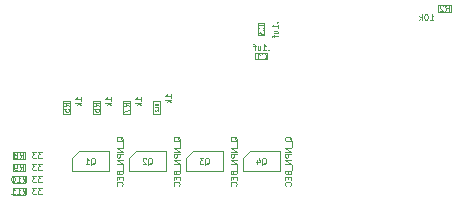
<source format=gbr>
%TF.GenerationSoftware,KiCad,Pcbnew,(6.0.8)*%
%TF.CreationDate,2023-03-24T12:53:59-04:00*%
%TF.ProjectId,Amicro_tst,416d6963-726f-45f7-9473-742e6b696361,rev?*%
%TF.SameCoordinates,Original*%
%TF.FileFunction,AssemblyDrawing,Bot*%
%FSLAX46Y46*%
G04 Gerber Fmt 4.6, Leading zero omitted, Abs format (unit mm)*
G04 Created by KiCad (PCBNEW (6.0.8)) date 2023-03-24 12:53:59*
%MOMM*%
%LPD*%
G01*
G04 APERTURE LIST*
%ADD10C,0.050000*%
%ADD11C,0.075000*%
%ADD12C,0.040000*%
%ADD13C,0.100000*%
G04 APERTURE END LIST*
D10*
%TO.C,Q4*%
X133039809Y-121931523D02*
X133016000Y-121883904D01*
X132968380Y-121836285D01*
X132896952Y-121764857D01*
X132873142Y-121717238D01*
X132873142Y-121669619D01*
X132992190Y-121693428D02*
X132968380Y-121645809D01*
X132920761Y-121598190D01*
X132825523Y-121574380D01*
X132658857Y-121574380D01*
X132563619Y-121598190D01*
X132516000Y-121645809D01*
X132492190Y-121693428D01*
X132492190Y-121788666D01*
X132516000Y-121836285D01*
X132563619Y-121883904D01*
X132658857Y-121907714D01*
X132825523Y-121907714D01*
X132920761Y-121883904D01*
X132968380Y-121836285D01*
X132992190Y-121788666D01*
X132992190Y-121693428D01*
X133039809Y-122002952D02*
X133039809Y-122383904D01*
X132992190Y-122502952D02*
X132492190Y-122502952D01*
X132992190Y-122788666D01*
X132492190Y-122788666D01*
X132992190Y-123026761D02*
X132492190Y-123026761D01*
X132492190Y-123217238D01*
X132516000Y-123264857D01*
X132539809Y-123288666D01*
X132587428Y-123312476D01*
X132658857Y-123312476D01*
X132706476Y-123288666D01*
X132730285Y-123264857D01*
X132754095Y-123217238D01*
X132754095Y-123026761D01*
X132992190Y-123526761D02*
X132492190Y-123526761D01*
X132992190Y-123812476D01*
X132492190Y-123812476D01*
X133039809Y-123931523D02*
X133039809Y-124312476D01*
X132730285Y-124598190D02*
X132754095Y-124669619D01*
X132777904Y-124693428D01*
X132825523Y-124717238D01*
X132896952Y-124717238D01*
X132944571Y-124693428D01*
X132968380Y-124669619D01*
X132992190Y-124622000D01*
X132992190Y-124431523D01*
X132492190Y-124431523D01*
X132492190Y-124598190D01*
X132516000Y-124645809D01*
X132539809Y-124669619D01*
X132587428Y-124693428D01*
X132635047Y-124693428D01*
X132682666Y-124669619D01*
X132706476Y-124645809D01*
X132730285Y-124598190D01*
X132730285Y-124431523D01*
X132730285Y-124931523D02*
X132730285Y-125098190D01*
X132992190Y-125169619D02*
X132992190Y-124931523D01*
X132492190Y-124931523D01*
X132492190Y-125169619D01*
X132944571Y-125669619D02*
X132968380Y-125645809D01*
X132992190Y-125574380D01*
X132992190Y-125526761D01*
X132968380Y-125455333D01*
X132920761Y-125407714D01*
X132873142Y-125383904D01*
X132777904Y-125360095D01*
X132706476Y-125360095D01*
X132611238Y-125383904D01*
X132563619Y-125407714D01*
X132516000Y-125455333D01*
X132492190Y-125526761D01*
X132492190Y-125574380D01*
X132516000Y-125645809D01*
X132539809Y-125669619D01*
D11*
X130527619Y-123895809D02*
X130575238Y-123872000D01*
X130622857Y-123824380D01*
X130694285Y-123752952D01*
X130741904Y-123729142D01*
X130789523Y-123729142D01*
X130765714Y-123848190D02*
X130813333Y-123824380D01*
X130860952Y-123776761D01*
X130884761Y-123681523D01*
X130884761Y-123514857D01*
X130860952Y-123419619D01*
X130813333Y-123372000D01*
X130765714Y-123348190D01*
X130670476Y-123348190D01*
X130622857Y-123372000D01*
X130575238Y-123419619D01*
X130551428Y-123514857D01*
X130551428Y-123681523D01*
X130575238Y-123776761D01*
X130622857Y-123824380D01*
X130670476Y-123848190D01*
X130765714Y-123848190D01*
X130122857Y-123514857D02*
X130122857Y-123848190D01*
X130241904Y-123324380D02*
X130360952Y-123681523D01*
X130051428Y-123681523D01*
D10*
%TO.C,R10*%
X111870761Y-124874190D02*
X111561238Y-124874190D01*
X111727904Y-125064666D01*
X111656476Y-125064666D01*
X111608857Y-125088476D01*
X111585047Y-125112285D01*
X111561238Y-125159904D01*
X111561238Y-125278952D01*
X111585047Y-125326571D01*
X111608857Y-125350380D01*
X111656476Y-125374190D01*
X111799333Y-125374190D01*
X111846952Y-125350380D01*
X111870761Y-125326571D01*
X111394571Y-124874190D02*
X111085047Y-124874190D01*
X111251714Y-125064666D01*
X111180285Y-125064666D01*
X111132666Y-125088476D01*
X111108857Y-125112285D01*
X111085047Y-125159904D01*
X111085047Y-125278952D01*
X111108857Y-125326571D01*
X111132666Y-125350380D01*
X111180285Y-125374190D01*
X111323142Y-125374190D01*
X111370761Y-125350380D01*
X111394571Y-125326571D01*
X110263428Y-125374190D02*
X110430095Y-125136095D01*
X110549142Y-125374190D02*
X110549142Y-124874190D01*
X110358666Y-124874190D01*
X110311047Y-124898000D01*
X110287238Y-124921809D01*
X110263428Y-124969428D01*
X110263428Y-125040857D01*
X110287238Y-125088476D01*
X110311047Y-125112285D01*
X110358666Y-125136095D01*
X110549142Y-125136095D01*
X109787238Y-125374190D02*
X110072952Y-125374190D01*
X109930095Y-125374190D02*
X109930095Y-124874190D01*
X109977714Y-124945619D01*
X110025333Y-124993238D01*
X110072952Y-125017047D01*
X109477714Y-124874190D02*
X109430095Y-124874190D01*
X109382476Y-124898000D01*
X109358666Y-124921809D01*
X109334857Y-124969428D01*
X109311047Y-125064666D01*
X109311047Y-125183714D01*
X109334857Y-125278952D01*
X109358666Y-125326571D01*
X109382476Y-125350380D01*
X109430095Y-125374190D01*
X109477714Y-125374190D01*
X109525333Y-125350380D01*
X109549142Y-125326571D01*
X109572952Y-125278952D01*
X109596761Y-125183714D01*
X109596761Y-125064666D01*
X109572952Y-124969428D01*
X109549142Y-124921809D01*
X109525333Y-124898000D01*
X109477714Y-124874190D01*
%TO.C,R2*%
X144747619Y-111656190D02*
X145033333Y-111656190D01*
X144890476Y-111656190D02*
X144890476Y-111156190D01*
X144938095Y-111227619D01*
X144985714Y-111275238D01*
X145033333Y-111299047D01*
X144438095Y-111156190D02*
X144390476Y-111156190D01*
X144342857Y-111180000D01*
X144319047Y-111203809D01*
X144295238Y-111251428D01*
X144271428Y-111346666D01*
X144271428Y-111465714D01*
X144295238Y-111560952D01*
X144319047Y-111608571D01*
X144342857Y-111632380D01*
X144390476Y-111656190D01*
X144438095Y-111656190D01*
X144485714Y-111632380D01*
X144509523Y-111608571D01*
X144533333Y-111560952D01*
X144557142Y-111465714D01*
X144557142Y-111346666D01*
X144533333Y-111251428D01*
X144509523Y-111203809D01*
X144485714Y-111180000D01*
X144438095Y-111156190D01*
X144057142Y-111656190D02*
X144057142Y-111156190D01*
X144009523Y-111465714D02*
X143866666Y-111656190D01*
X143866666Y-111322857D02*
X144057142Y-111513333D01*
X146057333Y-110894190D02*
X146224000Y-110656095D01*
X146343047Y-110894190D02*
X146343047Y-110394190D01*
X146152571Y-110394190D01*
X146104952Y-110418000D01*
X146081142Y-110441809D01*
X146057333Y-110489428D01*
X146057333Y-110560857D01*
X146081142Y-110608476D01*
X146104952Y-110632285D01*
X146152571Y-110656095D01*
X146343047Y-110656095D01*
X145866857Y-110441809D02*
X145843047Y-110418000D01*
X145795428Y-110394190D01*
X145676380Y-110394190D01*
X145628761Y-110418000D01*
X145604952Y-110441809D01*
X145581142Y-110489428D01*
X145581142Y-110537047D01*
X145604952Y-110608476D01*
X145890666Y-110894190D01*
X145581142Y-110894190D01*
%TO.C,R5*%
X115212190Y-118482476D02*
X115212190Y-118196761D01*
X115212190Y-118339619D02*
X114712190Y-118339619D01*
X114783619Y-118292000D01*
X114831238Y-118244380D01*
X114855047Y-118196761D01*
X115212190Y-118696761D02*
X114712190Y-118696761D01*
X115021714Y-118744380D02*
X115212190Y-118887238D01*
X114878857Y-118887238D02*
X115069333Y-118696761D01*
X114196190Y-118964666D02*
X113958095Y-118798000D01*
X114196190Y-118678952D02*
X113696190Y-118678952D01*
X113696190Y-118869428D01*
X113720000Y-118917047D01*
X113743809Y-118940857D01*
X113791428Y-118964666D01*
X113862857Y-118964666D01*
X113910476Y-118940857D01*
X113934285Y-118917047D01*
X113958095Y-118869428D01*
X113958095Y-118678952D01*
X113696190Y-119417047D02*
X113696190Y-119178952D01*
X113934285Y-119155142D01*
X113910476Y-119178952D01*
X113886666Y-119226571D01*
X113886666Y-119345619D01*
X113910476Y-119393238D01*
X113934285Y-119417047D01*
X113981904Y-119440857D01*
X114100952Y-119440857D01*
X114148571Y-119417047D01*
X114172380Y-119393238D01*
X114196190Y-119345619D01*
X114196190Y-119226571D01*
X114172380Y-119178952D01*
X114148571Y-119155142D01*
%TO.C,R11*%
X111870761Y-125892190D02*
X111561238Y-125892190D01*
X111727904Y-126082666D01*
X111656476Y-126082666D01*
X111608857Y-126106476D01*
X111585047Y-126130285D01*
X111561238Y-126177904D01*
X111561238Y-126296952D01*
X111585047Y-126344571D01*
X111608857Y-126368380D01*
X111656476Y-126392190D01*
X111799333Y-126392190D01*
X111846952Y-126368380D01*
X111870761Y-126344571D01*
X111394571Y-125892190D02*
X111085047Y-125892190D01*
X111251714Y-126082666D01*
X111180285Y-126082666D01*
X111132666Y-126106476D01*
X111108857Y-126130285D01*
X111085047Y-126177904D01*
X111085047Y-126296952D01*
X111108857Y-126344571D01*
X111132666Y-126368380D01*
X111180285Y-126392190D01*
X111323142Y-126392190D01*
X111370761Y-126368380D01*
X111394571Y-126344571D01*
X110263428Y-126392190D02*
X110430095Y-126154095D01*
X110549142Y-126392190D02*
X110549142Y-125892190D01*
X110358666Y-125892190D01*
X110311047Y-125916000D01*
X110287238Y-125939809D01*
X110263428Y-125987428D01*
X110263428Y-126058857D01*
X110287238Y-126106476D01*
X110311047Y-126130285D01*
X110358666Y-126154095D01*
X110549142Y-126154095D01*
X109787238Y-126392190D02*
X110072952Y-126392190D01*
X109930095Y-126392190D02*
X109930095Y-125892190D01*
X109977714Y-125963619D01*
X110025333Y-126011238D01*
X110072952Y-126035047D01*
X109311047Y-126392190D02*
X109596761Y-126392190D01*
X109453904Y-126392190D02*
X109453904Y-125892190D01*
X109501523Y-125963619D01*
X109549142Y-126011238D01*
X109596761Y-126035047D01*
%TO.C,R8*%
X111870761Y-122840190D02*
X111561238Y-122840190D01*
X111727904Y-123030666D01*
X111656476Y-123030666D01*
X111608857Y-123054476D01*
X111585047Y-123078285D01*
X111561238Y-123125904D01*
X111561238Y-123244952D01*
X111585047Y-123292571D01*
X111608857Y-123316380D01*
X111656476Y-123340190D01*
X111799333Y-123340190D01*
X111846952Y-123316380D01*
X111870761Y-123292571D01*
X111394571Y-122840190D02*
X111085047Y-122840190D01*
X111251714Y-123030666D01*
X111180285Y-123030666D01*
X111132666Y-123054476D01*
X111108857Y-123078285D01*
X111085047Y-123125904D01*
X111085047Y-123244952D01*
X111108857Y-123292571D01*
X111132666Y-123316380D01*
X111180285Y-123340190D01*
X111323142Y-123340190D01*
X111370761Y-123316380D01*
X111394571Y-123292571D01*
X110025333Y-123340190D02*
X110192000Y-123102095D01*
X110311047Y-123340190D02*
X110311047Y-122840190D01*
X110120571Y-122840190D01*
X110072952Y-122864000D01*
X110049142Y-122887809D01*
X110025333Y-122935428D01*
X110025333Y-123006857D01*
X110049142Y-123054476D01*
X110072952Y-123078285D01*
X110120571Y-123102095D01*
X110311047Y-123102095D01*
X109739619Y-123054476D02*
X109787238Y-123030666D01*
X109811047Y-123006857D01*
X109834857Y-122959238D01*
X109834857Y-122935428D01*
X109811047Y-122887809D01*
X109787238Y-122864000D01*
X109739619Y-122840190D01*
X109644380Y-122840190D01*
X109596761Y-122864000D01*
X109572952Y-122887809D01*
X109549142Y-122935428D01*
X109549142Y-122959238D01*
X109572952Y-123006857D01*
X109596761Y-123030666D01*
X109644380Y-123054476D01*
X109739619Y-123054476D01*
X109787238Y-123078285D01*
X109811047Y-123102095D01*
X109834857Y-123149714D01*
X109834857Y-123244952D01*
X109811047Y-123292571D01*
X109787238Y-123316380D01*
X109739619Y-123340190D01*
X109644380Y-123340190D01*
X109596761Y-123316380D01*
X109572952Y-123292571D01*
X109549142Y-123244952D01*
X109549142Y-123149714D01*
X109572952Y-123102095D01*
X109596761Y-123078285D01*
X109644380Y-123054476D01*
%TO.C,R7*%
X120292190Y-118482476D02*
X120292190Y-118196761D01*
X120292190Y-118339619D02*
X119792190Y-118339619D01*
X119863619Y-118292000D01*
X119911238Y-118244380D01*
X119935047Y-118196761D01*
X120292190Y-118696761D02*
X119792190Y-118696761D01*
X120101714Y-118744380D02*
X120292190Y-118887238D01*
X119958857Y-118887238D02*
X120149333Y-118696761D01*
X119276190Y-118964666D02*
X119038095Y-118798000D01*
X119276190Y-118678952D02*
X118776190Y-118678952D01*
X118776190Y-118869428D01*
X118800000Y-118917047D01*
X118823809Y-118940857D01*
X118871428Y-118964666D01*
X118942857Y-118964666D01*
X118990476Y-118940857D01*
X119014285Y-118917047D01*
X119038095Y-118869428D01*
X119038095Y-118678952D01*
X118776190Y-119131333D02*
X118776190Y-119464666D01*
X119276190Y-119250380D01*
%TO.C,Q3*%
X128427809Y-121931523D02*
X128404000Y-121883904D01*
X128356380Y-121836285D01*
X128284952Y-121764857D01*
X128261142Y-121717238D01*
X128261142Y-121669619D01*
X128380190Y-121693428D02*
X128356380Y-121645809D01*
X128308761Y-121598190D01*
X128213523Y-121574380D01*
X128046857Y-121574380D01*
X127951619Y-121598190D01*
X127904000Y-121645809D01*
X127880190Y-121693428D01*
X127880190Y-121788666D01*
X127904000Y-121836285D01*
X127951619Y-121883904D01*
X128046857Y-121907714D01*
X128213523Y-121907714D01*
X128308761Y-121883904D01*
X128356380Y-121836285D01*
X128380190Y-121788666D01*
X128380190Y-121693428D01*
X128427809Y-122002952D02*
X128427809Y-122383904D01*
X128380190Y-122502952D02*
X127880190Y-122502952D01*
X128380190Y-122788666D01*
X127880190Y-122788666D01*
X128380190Y-123026761D02*
X127880190Y-123026761D01*
X127880190Y-123217238D01*
X127904000Y-123264857D01*
X127927809Y-123288666D01*
X127975428Y-123312476D01*
X128046857Y-123312476D01*
X128094476Y-123288666D01*
X128118285Y-123264857D01*
X128142095Y-123217238D01*
X128142095Y-123026761D01*
X128380190Y-123526761D02*
X127880190Y-123526761D01*
X128380190Y-123812476D01*
X127880190Y-123812476D01*
X128427809Y-123931523D02*
X128427809Y-124312476D01*
X128118285Y-124598190D02*
X128142095Y-124669619D01*
X128165904Y-124693428D01*
X128213523Y-124717238D01*
X128284952Y-124717238D01*
X128332571Y-124693428D01*
X128356380Y-124669619D01*
X128380190Y-124622000D01*
X128380190Y-124431523D01*
X127880190Y-124431523D01*
X127880190Y-124598190D01*
X127904000Y-124645809D01*
X127927809Y-124669619D01*
X127975428Y-124693428D01*
X128023047Y-124693428D01*
X128070666Y-124669619D01*
X128094476Y-124645809D01*
X128118285Y-124598190D01*
X128118285Y-124431523D01*
X128118285Y-124931523D02*
X128118285Y-125098190D01*
X128380190Y-125169619D02*
X128380190Y-124931523D01*
X127880190Y-124931523D01*
X127880190Y-125169619D01*
X128332571Y-125669619D02*
X128356380Y-125645809D01*
X128380190Y-125574380D01*
X128380190Y-125526761D01*
X128356380Y-125455333D01*
X128308761Y-125407714D01*
X128261142Y-125383904D01*
X128165904Y-125360095D01*
X128094476Y-125360095D01*
X127999238Y-125383904D01*
X127951619Y-125407714D01*
X127904000Y-125455333D01*
X127880190Y-125526761D01*
X127880190Y-125574380D01*
X127904000Y-125645809D01*
X127927809Y-125669619D01*
D11*
X125701619Y-123895809D02*
X125749238Y-123872000D01*
X125796857Y-123824380D01*
X125868285Y-123752952D01*
X125915904Y-123729142D01*
X125963523Y-123729142D01*
X125939714Y-123848190D02*
X125987333Y-123824380D01*
X126034952Y-123776761D01*
X126058761Y-123681523D01*
X126058761Y-123514857D01*
X126034952Y-123419619D01*
X125987333Y-123372000D01*
X125939714Y-123348190D01*
X125844476Y-123348190D01*
X125796857Y-123372000D01*
X125749238Y-123419619D01*
X125725428Y-123514857D01*
X125725428Y-123681523D01*
X125749238Y-123776761D01*
X125796857Y-123824380D01*
X125844476Y-123848190D01*
X125939714Y-123848190D01*
X125558761Y-123348190D02*
X125249238Y-123348190D01*
X125415904Y-123538666D01*
X125344476Y-123538666D01*
X125296857Y-123562476D01*
X125273047Y-123586285D01*
X125249238Y-123633904D01*
X125249238Y-123752952D01*
X125273047Y-123800571D01*
X125296857Y-123824380D01*
X125344476Y-123848190D01*
X125487333Y-123848190D01*
X125534952Y-123824380D01*
X125558761Y-123800571D01*
D10*
%TO.C,C3*%
X131818571Y-111838857D02*
X131842380Y-111862666D01*
X131866190Y-111838857D01*
X131842380Y-111815047D01*
X131818571Y-111838857D01*
X131866190Y-111838857D01*
X131866190Y-112338857D02*
X131866190Y-112053142D01*
X131866190Y-112196000D02*
X131366190Y-112196000D01*
X131437619Y-112148380D01*
X131485238Y-112100761D01*
X131509047Y-112053142D01*
X131532857Y-112767428D02*
X131866190Y-112767428D01*
X131532857Y-112553142D02*
X131794761Y-112553142D01*
X131842380Y-112576952D01*
X131866190Y-112624571D01*
X131866190Y-112696000D01*
X131842380Y-112743619D01*
X131818571Y-112767428D01*
X131532857Y-112934095D02*
X131532857Y-113124571D01*
X131866190Y-113005523D02*
X131437619Y-113005523D01*
X131390000Y-113029333D01*
X131366190Y-113076952D01*
X131366190Y-113124571D01*
X130658571Y-112362666D02*
X130682380Y-112338857D01*
X130706190Y-112267428D01*
X130706190Y-112219809D01*
X130682380Y-112148380D01*
X130634761Y-112100761D01*
X130587142Y-112076952D01*
X130491904Y-112053142D01*
X130420476Y-112053142D01*
X130325238Y-112076952D01*
X130277619Y-112100761D01*
X130230000Y-112148380D01*
X130206190Y-112219809D01*
X130206190Y-112267428D01*
X130230000Y-112338857D01*
X130253809Y-112362666D01*
X130206190Y-112529333D02*
X130206190Y-112838857D01*
X130396666Y-112672190D01*
X130396666Y-112743619D01*
X130420476Y-112791238D01*
X130444285Y-112815047D01*
X130491904Y-112838857D01*
X130610952Y-112838857D01*
X130658571Y-112815047D01*
X130682380Y-112791238D01*
X130706190Y-112743619D01*
X130706190Y-112600761D01*
X130682380Y-112553142D01*
X130658571Y-112529333D01*
%TO.C,R12*%
X122832190Y-118228476D02*
X122832190Y-117942761D01*
X122832190Y-118085619D02*
X122332190Y-118085619D01*
X122403619Y-118038000D01*
X122451238Y-117990380D01*
X122475047Y-117942761D01*
X122832190Y-118442761D02*
X122332190Y-118442761D01*
X122641714Y-118490380D02*
X122832190Y-118633238D01*
X122498857Y-118633238D02*
X122689333Y-118442761D01*
D12*
X121707619Y-118882857D02*
X121583809Y-118796190D01*
X121707619Y-118734285D02*
X121447619Y-118734285D01*
X121447619Y-118833333D01*
X121460000Y-118858095D01*
X121472380Y-118870476D01*
X121497142Y-118882857D01*
X121534285Y-118882857D01*
X121559047Y-118870476D01*
X121571428Y-118858095D01*
X121583809Y-118833333D01*
X121583809Y-118734285D01*
X121707619Y-119130476D02*
X121707619Y-118981904D01*
X121707619Y-119056190D02*
X121447619Y-119056190D01*
X121484761Y-119031428D01*
X121509523Y-119006666D01*
X121521904Y-118981904D01*
X121472380Y-119229523D02*
X121460000Y-119241904D01*
X121447619Y-119266666D01*
X121447619Y-119328571D01*
X121460000Y-119353333D01*
X121472380Y-119365714D01*
X121497142Y-119378095D01*
X121521904Y-119378095D01*
X121559047Y-119365714D01*
X121707619Y-119217142D01*
X121707619Y-119378095D01*
D10*
%TO.C,R9*%
X111870761Y-123856190D02*
X111561238Y-123856190D01*
X111727904Y-124046666D01*
X111656476Y-124046666D01*
X111608857Y-124070476D01*
X111585047Y-124094285D01*
X111561238Y-124141904D01*
X111561238Y-124260952D01*
X111585047Y-124308571D01*
X111608857Y-124332380D01*
X111656476Y-124356190D01*
X111799333Y-124356190D01*
X111846952Y-124332380D01*
X111870761Y-124308571D01*
X111394571Y-123856190D02*
X111085047Y-123856190D01*
X111251714Y-124046666D01*
X111180285Y-124046666D01*
X111132666Y-124070476D01*
X111108857Y-124094285D01*
X111085047Y-124141904D01*
X111085047Y-124260952D01*
X111108857Y-124308571D01*
X111132666Y-124332380D01*
X111180285Y-124356190D01*
X111323142Y-124356190D01*
X111370761Y-124332380D01*
X111394571Y-124308571D01*
X110025333Y-124356190D02*
X110192000Y-124118095D01*
X110311047Y-124356190D02*
X110311047Y-123856190D01*
X110120571Y-123856190D01*
X110072952Y-123880000D01*
X110049142Y-123903809D01*
X110025333Y-123951428D01*
X110025333Y-124022857D01*
X110049142Y-124070476D01*
X110072952Y-124094285D01*
X110120571Y-124118095D01*
X110311047Y-124118095D01*
X109787238Y-124356190D02*
X109692000Y-124356190D01*
X109644380Y-124332380D01*
X109620571Y-124308571D01*
X109572952Y-124237142D01*
X109549142Y-124141904D01*
X109549142Y-123951428D01*
X109572952Y-123903809D01*
X109596761Y-123880000D01*
X109644380Y-123856190D01*
X109739619Y-123856190D01*
X109787238Y-123880000D01*
X109811047Y-123903809D01*
X109834857Y-123951428D01*
X109834857Y-124070476D01*
X109811047Y-124118095D01*
X109787238Y-124141904D01*
X109739619Y-124165714D01*
X109644380Y-124165714D01*
X109596761Y-124141904D01*
X109572952Y-124118095D01*
X109549142Y-124070476D01*
%TO.C,C1*%
X131087142Y-114148571D02*
X131063333Y-114172380D01*
X131087142Y-114196190D01*
X131110952Y-114172380D01*
X131087142Y-114148571D01*
X131087142Y-114196190D01*
X130587142Y-114196190D02*
X130872857Y-114196190D01*
X130730000Y-114196190D02*
X130730000Y-113696190D01*
X130777619Y-113767619D01*
X130825238Y-113815238D01*
X130872857Y-113839047D01*
X130158571Y-113862857D02*
X130158571Y-114196190D01*
X130372857Y-113862857D02*
X130372857Y-114124761D01*
X130349047Y-114172380D01*
X130301428Y-114196190D01*
X130230000Y-114196190D01*
X130182380Y-114172380D01*
X130158571Y-114148571D01*
X129991904Y-113862857D02*
X129801428Y-113862857D01*
X129920476Y-114196190D02*
X129920476Y-113767619D01*
X129896666Y-113720000D01*
X129849047Y-113696190D01*
X129801428Y-113696190D01*
X130563333Y-114910571D02*
X130587142Y-114934380D01*
X130658571Y-114958190D01*
X130706190Y-114958190D01*
X130777619Y-114934380D01*
X130825238Y-114886761D01*
X130849047Y-114839142D01*
X130872857Y-114743904D01*
X130872857Y-114672476D01*
X130849047Y-114577238D01*
X130825238Y-114529619D01*
X130777619Y-114482000D01*
X130706190Y-114458190D01*
X130658571Y-114458190D01*
X130587142Y-114482000D01*
X130563333Y-114505809D01*
X130087142Y-114958190D02*
X130372857Y-114958190D01*
X130230000Y-114958190D02*
X130230000Y-114458190D01*
X130277619Y-114529619D01*
X130325238Y-114577238D01*
X130372857Y-114601047D01*
%TO.C,Q1*%
X118775809Y-121931523D02*
X118752000Y-121883904D01*
X118704380Y-121836285D01*
X118632952Y-121764857D01*
X118609142Y-121717238D01*
X118609142Y-121669619D01*
X118728190Y-121693428D02*
X118704380Y-121645809D01*
X118656761Y-121598190D01*
X118561523Y-121574380D01*
X118394857Y-121574380D01*
X118299619Y-121598190D01*
X118252000Y-121645809D01*
X118228190Y-121693428D01*
X118228190Y-121788666D01*
X118252000Y-121836285D01*
X118299619Y-121883904D01*
X118394857Y-121907714D01*
X118561523Y-121907714D01*
X118656761Y-121883904D01*
X118704380Y-121836285D01*
X118728190Y-121788666D01*
X118728190Y-121693428D01*
X118775809Y-122002952D02*
X118775809Y-122383904D01*
X118728190Y-122502952D02*
X118228190Y-122502952D01*
X118728190Y-122788666D01*
X118228190Y-122788666D01*
X118728190Y-123026761D02*
X118228190Y-123026761D01*
X118228190Y-123217238D01*
X118252000Y-123264857D01*
X118275809Y-123288666D01*
X118323428Y-123312476D01*
X118394857Y-123312476D01*
X118442476Y-123288666D01*
X118466285Y-123264857D01*
X118490095Y-123217238D01*
X118490095Y-123026761D01*
X118728190Y-123526761D02*
X118228190Y-123526761D01*
X118728190Y-123812476D01*
X118228190Y-123812476D01*
X118775809Y-123931523D02*
X118775809Y-124312476D01*
X118466285Y-124598190D02*
X118490095Y-124669619D01*
X118513904Y-124693428D01*
X118561523Y-124717238D01*
X118632952Y-124717238D01*
X118680571Y-124693428D01*
X118704380Y-124669619D01*
X118728190Y-124622000D01*
X118728190Y-124431523D01*
X118228190Y-124431523D01*
X118228190Y-124598190D01*
X118252000Y-124645809D01*
X118275809Y-124669619D01*
X118323428Y-124693428D01*
X118371047Y-124693428D01*
X118418666Y-124669619D01*
X118442476Y-124645809D01*
X118466285Y-124598190D01*
X118466285Y-124431523D01*
X118466285Y-124931523D02*
X118466285Y-125098190D01*
X118728190Y-125169619D02*
X118728190Y-124931523D01*
X118228190Y-124931523D01*
X118228190Y-125169619D01*
X118680571Y-125669619D02*
X118704380Y-125645809D01*
X118728190Y-125574380D01*
X118728190Y-125526761D01*
X118704380Y-125455333D01*
X118656761Y-125407714D01*
X118609142Y-125383904D01*
X118513904Y-125360095D01*
X118442476Y-125360095D01*
X118347238Y-125383904D01*
X118299619Y-125407714D01*
X118252000Y-125455333D01*
X118228190Y-125526761D01*
X118228190Y-125574380D01*
X118252000Y-125645809D01*
X118275809Y-125669619D01*
D11*
X116049619Y-123895809D02*
X116097238Y-123872000D01*
X116144857Y-123824380D01*
X116216285Y-123752952D01*
X116263904Y-123729142D01*
X116311523Y-123729142D01*
X116287714Y-123848190D02*
X116335333Y-123824380D01*
X116382952Y-123776761D01*
X116406761Y-123681523D01*
X116406761Y-123514857D01*
X116382952Y-123419619D01*
X116335333Y-123372000D01*
X116287714Y-123348190D01*
X116192476Y-123348190D01*
X116144857Y-123372000D01*
X116097238Y-123419619D01*
X116073428Y-123514857D01*
X116073428Y-123681523D01*
X116097238Y-123776761D01*
X116144857Y-123824380D01*
X116192476Y-123848190D01*
X116287714Y-123848190D01*
X115597238Y-123848190D02*
X115882952Y-123848190D01*
X115740095Y-123848190D02*
X115740095Y-123348190D01*
X115787714Y-123419619D01*
X115835333Y-123467238D01*
X115882952Y-123491047D01*
D10*
%TO.C,Q2*%
X123601809Y-121931523D02*
X123578000Y-121883904D01*
X123530380Y-121836285D01*
X123458952Y-121764857D01*
X123435142Y-121717238D01*
X123435142Y-121669619D01*
X123554190Y-121693428D02*
X123530380Y-121645809D01*
X123482761Y-121598190D01*
X123387523Y-121574380D01*
X123220857Y-121574380D01*
X123125619Y-121598190D01*
X123078000Y-121645809D01*
X123054190Y-121693428D01*
X123054190Y-121788666D01*
X123078000Y-121836285D01*
X123125619Y-121883904D01*
X123220857Y-121907714D01*
X123387523Y-121907714D01*
X123482761Y-121883904D01*
X123530380Y-121836285D01*
X123554190Y-121788666D01*
X123554190Y-121693428D01*
X123601809Y-122002952D02*
X123601809Y-122383904D01*
X123554190Y-122502952D02*
X123054190Y-122502952D01*
X123554190Y-122788666D01*
X123054190Y-122788666D01*
X123554190Y-123026761D02*
X123054190Y-123026761D01*
X123054190Y-123217238D01*
X123078000Y-123264857D01*
X123101809Y-123288666D01*
X123149428Y-123312476D01*
X123220857Y-123312476D01*
X123268476Y-123288666D01*
X123292285Y-123264857D01*
X123316095Y-123217238D01*
X123316095Y-123026761D01*
X123554190Y-123526761D02*
X123054190Y-123526761D01*
X123554190Y-123812476D01*
X123054190Y-123812476D01*
X123601809Y-123931523D02*
X123601809Y-124312476D01*
X123292285Y-124598190D02*
X123316095Y-124669619D01*
X123339904Y-124693428D01*
X123387523Y-124717238D01*
X123458952Y-124717238D01*
X123506571Y-124693428D01*
X123530380Y-124669619D01*
X123554190Y-124622000D01*
X123554190Y-124431523D01*
X123054190Y-124431523D01*
X123054190Y-124598190D01*
X123078000Y-124645809D01*
X123101809Y-124669619D01*
X123149428Y-124693428D01*
X123197047Y-124693428D01*
X123244666Y-124669619D01*
X123268476Y-124645809D01*
X123292285Y-124598190D01*
X123292285Y-124431523D01*
X123292285Y-124931523D02*
X123292285Y-125098190D01*
X123554190Y-125169619D02*
X123554190Y-124931523D01*
X123054190Y-124931523D01*
X123054190Y-125169619D01*
X123506571Y-125669619D02*
X123530380Y-125645809D01*
X123554190Y-125574380D01*
X123554190Y-125526761D01*
X123530380Y-125455333D01*
X123482761Y-125407714D01*
X123435142Y-125383904D01*
X123339904Y-125360095D01*
X123268476Y-125360095D01*
X123173238Y-125383904D01*
X123125619Y-125407714D01*
X123078000Y-125455333D01*
X123054190Y-125526761D01*
X123054190Y-125574380D01*
X123078000Y-125645809D01*
X123101809Y-125669619D01*
X120875619Y-123895809D02*
X120923238Y-123872000D01*
X120970857Y-123824380D01*
X121042285Y-123752952D01*
X121089904Y-123729142D01*
X121137523Y-123729142D01*
X121113714Y-123848190D02*
X121161333Y-123824380D01*
X121208952Y-123776761D01*
X121232761Y-123681523D01*
X121232761Y-123514857D01*
X121208952Y-123419619D01*
X121161333Y-123372000D01*
X121113714Y-123348190D01*
X121018476Y-123348190D01*
X120970857Y-123372000D01*
X120923238Y-123419619D01*
X120899428Y-123514857D01*
X120899428Y-123681523D01*
X120923238Y-123776761D01*
X120970857Y-123824380D01*
X121018476Y-123848190D01*
X121113714Y-123848190D01*
X120708952Y-123395809D02*
X120685142Y-123372000D01*
X120637523Y-123348190D01*
X120518476Y-123348190D01*
X120470857Y-123372000D01*
X120447047Y-123395809D01*
X120423238Y-123443428D01*
X120423238Y-123491047D01*
X120447047Y-123562476D01*
X120732761Y-123848190D01*
X120423238Y-123848190D01*
%TO.C,R6*%
X117752190Y-118480476D02*
X117752190Y-118194761D01*
X117752190Y-118337619D02*
X117252190Y-118337619D01*
X117323619Y-118290000D01*
X117371238Y-118242380D01*
X117395047Y-118194761D01*
X117752190Y-118694761D02*
X117252190Y-118694761D01*
X117561714Y-118742380D02*
X117752190Y-118885238D01*
X117418857Y-118885238D02*
X117609333Y-118694761D01*
X116736190Y-118964666D02*
X116498095Y-118798000D01*
X116736190Y-118678952D02*
X116236190Y-118678952D01*
X116236190Y-118869428D01*
X116260000Y-118917047D01*
X116283809Y-118940857D01*
X116331428Y-118964666D01*
X116402857Y-118964666D01*
X116450476Y-118940857D01*
X116474285Y-118917047D01*
X116498095Y-118869428D01*
X116498095Y-118678952D01*
X116236190Y-119393238D02*
X116236190Y-119298000D01*
X116260000Y-119250380D01*
X116283809Y-119226571D01*
X116355238Y-119178952D01*
X116450476Y-119155142D01*
X116640952Y-119155142D01*
X116688571Y-119178952D01*
X116712380Y-119202761D01*
X116736190Y-119250380D01*
X116736190Y-119345619D01*
X116712380Y-119393238D01*
X116688571Y-119417047D01*
X116640952Y-119440857D01*
X116521904Y-119440857D01*
X116474285Y-119417047D01*
X116450476Y-119393238D01*
X116426666Y-119345619D01*
X116426666Y-119250380D01*
X116450476Y-119202761D01*
X116474285Y-119178952D01*
X116521904Y-119155142D01*
D13*
%TO.C,Q4*%
X132030000Y-122772000D02*
X132030000Y-124472000D01*
X128930000Y-123322000D02*
X128930000Y-124472000D01*
X128960000Y-124472000D02*
X132000000Y-124472000D01*
X132030000Y-122772000D02*
X129480000Y-122772000D01*
X128930000Y-123322000D02*
X129480000Y-122772000D01*
%TO.C,R10*%
X110467000Y-124878000D02*
X109417000Y-124878000D01*
X110467000Y-125418000D02*
X110467000Y-124878000D01*
X109417000Y-124878000D02*
X109417000Y-125418000D01*
X109417000Y-125418000D02*
X110467000Y-125418000D01*
%TO.C,R2*%
X146499000Y-110938000D02*
X146499000Y-110398000D01*
X145449000Y-110398000D02*
X145449000Y-110938000D01*
X145449000Y-110938000D02*
X146499000Y-110938000D01*
X146499000Y-110398000D02*
X145449000Y-110398000D01*
%TO.C,R5*%
X114240000Y-118523000D02*
X113700000Y-118523000D01*
X113700000Y-119573000D02*
X114240000Y-119573000D01*
X113700000Y-118523000D02*
X113700000Y-119573000D01*
X114240000Y-119573000D02*
X114240000Y-118523000D01*
%TO.C,R11*%
X109417000Y-125896000D02*
X109417000Y-126436000D01*
X110467000Y-125896000D02*
X109417000Y-125896000D01*
X109417000Y-126436000D02*
X110467000Y-126436000D01*
X110467000Y-126436000D02*
X110467000Y-125896000D01*
%TO.C,R8*%
X110467000Y-122844000D02*
X109417000Y-122844000D01*
X110467000Y-123384000D02*
X110467000Y-122844000D01*
X109417000Y-122844000D02*
X109417000Y-123384000D01*
X109417000Y-123384000D02*
X110467000Y-123384000D01*
%TO.C,R7*%
X119320000Y-119573000D02*
X119320000Y-118523000D01*
X118780000Y-119573000D02*
X119320000Y-119573000D01*
X118780000Y-118523000D02*
X118780000Y-119573000D01*
X119320000Y-118523000D02*
X118780000Y-118523000D01*
%TO.C,Q3*%
X124104000Y-123322000D02*
X124104000Y-124472000D01*
X124134000Y-124472000D02*
X127174000Y-124472000D01*
X127204000Y-122772000D02*
X127204000Y-124472000D01*
X124104000Y-123322000D02*
X124654000Y-122772000D01*
X127204000Y-122772000D02*
X124654000Y-122772000D01*
%TO.C,C3*%
X130730000Y-112946000D02*
X130730000Y-111946000D01*
X130230000Y-112946000D02*
X130730000Y-112946000D01*
X130730000Y-111946000D02*
X130230000Y-111946000D01*
X130230000Y-111946000D02*
X130230000Y-112946000D01*
%TO.C,R12*%
X121320000Y-119575000D02*
X121860000Y-119575000D01*
X121860000Y-119575000D02*
X121860000Y-118525000D01*
X121860000Y-118525000D02*
X121320000Y-118525000D01*
X121320000Y-118525000D02*
X121320000Y-119575000D01*
%TO.C,R9*%
X109417000Y-124400000D02*
X110467000Y-124400000D01*
X109417000Y-123860000D02*
X109417000Y-124400000D01*
X110467000Y-124400000D02*
X110467000Y-123860000D01*
X110467000Y-123860000D02*
X109417000Y-123860000D01*
%TO.C,C1*%
X129980000Y-114982000D02*
X130980000Y-114982000D01*
X130980000Y-114982000D02*
X130980000Y-114482000D01*
X130980000Y-114482000D02*
X129980000Y-114482000D01*
X129980000Y-114482000D02*
X129980000Y-114982000D01*
%TO.C,Q1*%
X114482000Y-124472000D02*
X117522000Y-124472000D01*
X114452000Y-123322000D02*
X115002000Y-122772000D01*
X117552000Y-122772000D02*
X115002000Y-122772000D01*
X114452000Y-123322000D02*
X114452000Y-124472000D01*
X117552000Y-122772000D02*
X117552000Y-124472000D01*
%TO.C,Q2*%
X122378000Y-122772000D02*
X122378000Y-124472000D01*
X119278000Y-123322000D02*
X119278000Y-124472000D01*
X122378000Y-122772000D02*
X119828000Y-122772000D01*
X119308000Y-124472000D02*
X122348000Y-124472000D01*
X119278000Y-123322000D02*
X119828000Y-122772000D01*
%TO.C,R6*%
X116240000Y-118523000D02*
X116240000Y-119573000D01*
X116780000Y-118523000D02*
X116240000Y-118523000D01*
X116780000Y-119573000D02*
X116780000Y-118523000D01*
X116240000Y-119573000D02*
X116780000Y-119573000D01*
%TD*%
M02*

</source>
